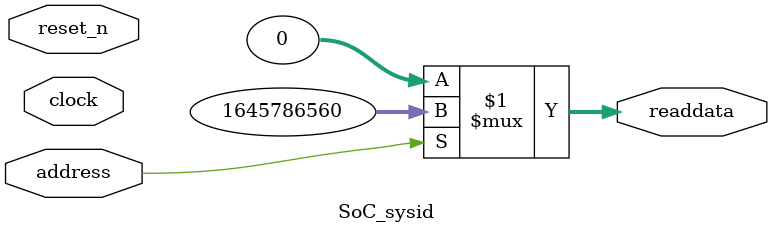
<source format=v>

`timescale 1ns / 1ps
// synthesis translate_on

// turn off superfluous verilog processor warnings 
// altera message_level Level1 
// altera message_off 10034 10035 10036 10037 10230 10240 10030 

module SoC_sysid (
               // inputs:
                address,
                clock,
                reset_n,

               // outputs:
                readdata
             )
;

  output  [ 31: 0] readdata;
  input            address;
  input            clock;
  input            reset_n;

  wire    [ 31: 0] readdata;
  //control_slave, which is an e_avalon_slave
  assign readdata = address ? 1645786560 : 0;

endmodule




</source>
